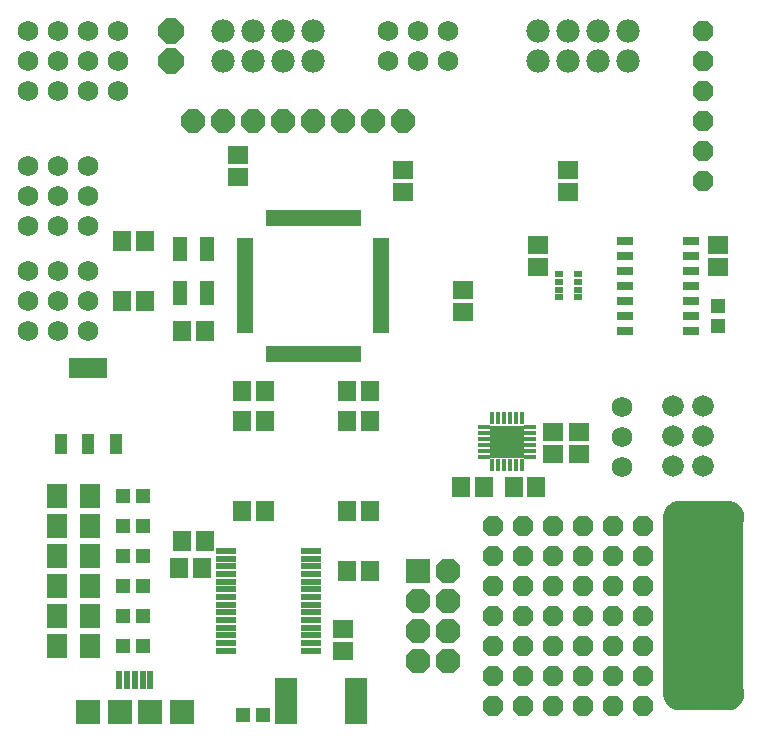
<source format=gbr>
G04 EAGLE Gerber RS-274X export*
G75*
%MOMM*%
%FSLAX34Y34*%
%LPD*%
%INSoldermask Top*%
%IPPOS*%
%AMOC8*
5,1,8,0,0,1.08239X$1,22.5*%
G01*
%ADD10C,0.152400*%
%ADD11R,6.604000X14.986000*%
%ADD12R,4.064000X1.270000*%
%ADD13C,1.270000*%
%ADD14R,1.503200X1.703200*%
%ADD15R,1.703200X1.503200*%
%ADD16R,1.397000X0.508000*%
%ADD17R,0.508000X1.397000*%
%ADD18R,1.303200X2.103200*%
%ADD19R,1.041400X1.803400*%
%ADD20R,3.302000X1.803400*%
%ADD21P,2.254402X8X202.500000*%
%ADD22R,2.082800X2.082800*%
%ADD23R,1.703200X0.603200*%
%ADD24P,2.144431X8X112.500000*%
%ADD25C,1.828800*%
%ADD26C,1.727200*%
%ADD27R,0.703200X0.553200*%
%ADD28R,1.403200X0.803200*%
%ADD29R,1.203200X1.303200*%
%ADD30C,1.981200*%
%ADD31P,1.869504X8X22.500000*%
%ADD32R,1.903200X3.903200*%
%ADD33R,1.803200X2.006200*%
%ADD34R,1.303200X1.203200*%
%ADD35P,1.869504X8X112.500000*%
%ADD36P,2.309387X8X22.500000*%
%ADD37R,0.553200X1.603200*%
%ADD38R,2.003200X2.103200*%
%ADD39R,2.103200X2.103200*%
%ADD40R,0.993200X0.463200*%
%ADD41R,0.463200X0.993200*%
%ADD42R,2.903200X2.803200*%


D10*
X553720Y416560D02*
X513080Y416560D01*
X512773Y416564D01*
X512466Y416575D01*
X512160Y416593D01*
X511854Y416619D01*
X511549Y416653D01*
X511245Y416693D01*
X510942Y416741D01*
X510640Y416797D01*
X510340Y416859D01*
X510041Y416929D01*
X509744Y417006D01*
X509448Y417090D01*
X509155Y417182D01*
X508865Y417280D01*
X508577Y417385D01*
X508291Y417498D01*
X508008Y417617D01*
X507728Y417743D01*
X507451Y417875D01*
X507178Y418015D01*
X506908Y418161D01*
X506642Y418313D01*
X506379Y418472D01*
X506120Y418637D01*
X505866Y418808D01*
X505615Y418985D01*
X505369Y419169D01*
X505127Y419358D01*
X504891Y419553D01*
X504658Y419754D01*
X504431Y419960D01*
X504209Y420172D01*
X503992Y420389D01*
X503780Y420611D01*
X503574Y420838D01*
X503373Y421071D01*
X503178Y421307D01*
X502989Y421549D01*
X502805Y421795D01*
X502628Y422046D01*
X502457Y422300D01*
X502292Y422559D01*
X502133Y422822D01*
X501981Y423088D01*
X501835Y423358D01*
X501695Y423631D01*
X501563Y423908D01*
X501437Y424188D01*
X501318Y424471D01*
X501205Y424757D01*
X501100Y425045D01*
X501002Y425335D01*
X500910Y425628D01*
X500826Y425924D01*
X500749Y426221D01*
X500679Y426520D01*
X500617Y426820D01*
X500561Y427122D01*
X500513Y427425D01*
X500473Y427729D01*
X500439Y428034D01*
X500413Y428340D01*
X500395Y428646D01*
X500384Y428953D01*
X500380Y429260D01*
X500380Y579120D01*
X500384Y579427D01*
X500395Y579734D01*
X500413Y580040D01*
X500439Y580346D01*
X500473Y580651D01*
X500513Y580955D01*
X500561Y581258D01*
X500617Y581560D01*
X500679Y581860D01*
X500749Y582159D01*
X500826Y582456D01*
X500910Y582752D01*
X501002Y583045D01*
X501100Y583335D01*
X501205Y583623D01*
X501318Y583909D01*
X501437Y584192D01*
X501563Y584472D01*
X501695Y584749D01*
X501835Y585022D01*
X501981Y585292D01*
X502133Y585558D01*
X502292Y585821D01*
X502457Y586080D01*
X502628Y586334D01*
X502805Y586585D01*
X502989Y586831D01*
X503178Y587073D01*
X503373Y587309D01*
X503574Y587542D01*
X503780Y587769D01*
X503992Y587991D01*
X504209Y588208D01*
X504431Y588420D01*
X504658Y588626D01*
X504891Y588827D01*
X505127Y589022D01*
X505369Y589211D01*
X505615Y589395D01*
X505866Y589572D01*
X506120Y589743D01*
X506379Y589908D01*
X506642Y590067D01*
X506908Y590219D01*
X507178Y590365D01*
X507451Y590505D01*
X507728Y590637D01*
X508008Y590763D01*
X508291Y590882D01*
X508577Y590995D01*
X508865Y591100D01*
X509155Y591198D01*
X509448Y591290D01*
X509744Y591374D01*
X510041Y591451D01*
X510340Y591521D01*
X510640Y591583D01*
X510942Y591639D01*
X511245Y591687D01*
X511549Y591727D01*
X511854Y591761D01*
X512160Y591787D01*
X512466Y591805D01*
X512773Y591816D01*
X513080Y591820D01*
X553720Y591820D01*
X554027Y591816D01*
X554334Y591805D01*
X554640Y591787D01*
X554946Y591761D01*
X555251Y591727D01*
X555555Y591687D01*
X555858Y591639D01*
X556160Y591583D01*
X556460Y591521D01*
X556759Y591451D01*
X557056Y591374D01*
X557352Y591290D01*
X557645Y591198D01*
X557935Y591100D01*
X558223Y590995D01*
X558509Y590882D01*
X558792Y590763D01*
X559072Y590637D01*
X559349Y590505D01*
X559622Y590365D01*
X559892Y590219D01*
X560158Y590067D01*
X560421Y589908D01*
X560680Y589743D01*
X560934Y589572D01*
X561185Y589395D01*
X561431Y589211D01*
X561673Y589022D01*
X561909Y588827D01*
X562142Y588626D01*
X562369Y588420D01*
X562591Y588208D01*
X562808Y587991D01*
X563020Y587769D01*
X563226Y587542D01*
X563427Y587309D01*
X563622Y587073D01*
X563811Y586831D01*
X563995Y586585D01*
X564172Y586334D01*
X564343Y586080D01*
X564508Y585821D01*
X564667Y585558D01*
X564819Y585292D01*
X564965Y585022D01*
X565105Y584749D01*
X565237Y584472D01*
X565363Y584192D01*
X565482Y583909D01*
X565595Y583623D01*
X565700Y583335D01*
X565798Y583045D01*
X565890Y582752D01*
X565974Y582456D01*
X566051Y582159D01*
X566121Y581860D01*
X566183Y581560D01*
X566239Y581258D01*
X566287Y580955D01*
X566327Y580651D01*
X566361Y580346D01*
X566387Y580040D01*
X566405Y579734D01*
X566416Y579427D01*
X566420Y579120D01*
X566420Y429260D01*
X566416Y428953D01*
X566405Y428646D01*
X566387Y428340D01*
X566361Y428034D01*
X566327Y427729D01*
X566287Y427425D01*
X566239Y427122D01*
X566183Y426820D01*
X566121Y426520D01*
X566051Y426221D01*
X565974Y425924D01*
X565890Y425628D01*
X565798Y425335D01*
X565700Y425045D01*
X565595Y424757D01*
X565482Y424471D01*
X565363Y424188D01*
X565237Y423908D01*
X565105Y423631D01*
X564965Y423358D01*
X564819Y423088D01*
X564667Y422822D01*
X564508Y422559D01*
X564343Y422300D01*
X564172Y422046D01*
X563995Y421795D01*
X563811Y421549D01*
X563622Y421307D01*
X563427Y421071D01*
X563226Y420838D01*
X563020Y420611D01*
X562808Y420389D01*
X562591Y420172D01*
X562369Y419960D01*
X562142Y419754D01*
X561909Y419553D01*
X561673Y419358D01*
X561431Y419169D01*
X561185Y418985D01*
X560934Y418808D01*
X560680Y418637D01*
X560421Y418472D01*
X560158Y418313D01*
X559892Y418161D01*
X559622Y418015D01*
X559349Y417875D01*
X559072Y417743D01*
X558792Y417617D01*
X558509Y417498D01*
X558223Y417385D01*
X557935Y417280D01*
X557645Y417182D01*
X557352Y417090D01*
X557056Y417006D01*
X556759Y416929D01*
X556460Y416859D01*
X556160Y416797D01*
X555858Y416741D01*
X555555Y416693D01*
X555251Y416653D01*
X554946Y416619D01*
X554640Y416593D01*
X554334Y416575D01*
X554027Y416564D01*
X553720Y416560D01*
X502920Y429260D02*
X502920Y579120D01*
X502920Y429260D02*
X563880Y429260D01*
X563880Y579120D01*
X502920Y579120D01*
D11*
X533400Y504190D03*
D12*
X533400Y422910D03*
X533400Y585470D03*
D13*
X505896Y429260D02*
X505898Y429436D01*
X505905Y429613D01*
X505915Y429788D01*
X505931Y429964D01*
X505950Y430139D01*
X505974Y430314D01*
X506002Y430488D01*
X506034Y430662D01*
X506071Y430834D01*
X506111Y431006D01*
X506156Y431176D01*
X506205Y431345D01*
X506259Y431513D01*
X506316Y431680D01*
X506377Y431845D01*
X506443Y432009D01*
X506512Y432171D01*
X506586Y432332D01*
X506663Y432490D01*
X506744Y432647D01*
X506829Y432801D01*
X506918Y432953D01*
X507011Y433103D01*
X507107Y433251D01*
X507206Y433397D01*
X507310Y433540D01*
X507417Y433680D01*
X507527Y433817D01*
X507640Y433952D01*
X507757Y434084D01*
X507877Y434214D01*
X508000Y434340D01*
X508126Y434463D01*
X508256Y434583D01*
X508388Y434700D01*
X508523Y434813D01*
X508660Y434923D01*
X508800Y435030D01*
X508943Y435134D01*
X509089Y435233D01*
X509237Y435329D01*
X509387Y435422D01*
X509539Y435511D01*
X509693Y435596D01*
X509850Y435677D01*
X510008Y435754D01*
X510169Y435828D01*
X510331Y435897D01*
X510495Y435963D01*
X510660Y436024D01*
X510827Y436081D01*
X510995Y436135D01*
X511164Y436184D01*
X511334Y436229D01*
X511506Y436269D01*
X511678Y436306D01*
X511852Y436338D01*
X512026Y436366D01*
X512201Y436390D01*
X512376Y436409D01*
X512552Y436425D01*
X512727Y436435D01*
X512904Y436442D01*
X513080Y436444D01*
X513256Y436442D01*
X513433Y436435D01*
X513608Y436425D01*
X513784Y436409D01*
X513959Y436390D01*
X514134Y436366D01*
X514308Y436338D01*
X514482Y436306D01*
X514654Y436269D01*
X514826Y436229D01*
X514996Y436184D01*
X515165Y436135D01*
X515333Y436081D01*
X515500Y436024D01*
X515665Y435963D01*
X515829Y435897D01*
X515991Y435828D01*
X516152Y435754D01*
X516310Y435677D01*
X516467Y435596D01*
X516621Y435511D01*
X516773Y435422D01*
X516923Y435329D01*
X517071Y435233D01*
X517217Y435134D01*
X517360Y435030D01*
X517500Y434923D01*
X517637Y434813D01*
X517772Y434700D01*
X517904Y434583D01*
X518034Y434463D01*
X518160Y434340D01*
X518283Y434214D01*
X518403Y434084D01*
X518520Y433952D01*
X518633Y433817D01*
X518743Y433680D01*
X518850Y433540D01*
X518954Y433397D01*
X519053Y433251D01*
X519149Y433103D01*
X519242Y432953D01*
X519331Y432801D01*
X519416Y432647D01*
X519497Y432490D01*
X519574Y432332D01*
X519648Y432171D01*
X519717Y432009D01*
X519783Y431845D01*
X519844Y431680D01*
X519901Y431513D01*
X519955Y431345D01*
X520004Y431176D01*
X520049Y431006D01*
X520089Y430834D01*
X520126Y430662D01*
X520158Y430488D01*
X520186Y430314D01*
X520210Y430139D01*
X520229Y429964D01*
X520245Y429788D01*
X520255Y429613D01*
X520262Y429436D01*
X520264Y429260D01*
X520262Y429084D01*
X520255Y428907D01*
X520245Y428732D01*
X520229Y428556D01*
X520210Y428381D01*
X520186Y428206D01*
X520158Y428032D01*
X520126Y427858D01*
X520089Y427686D01*
X520049Y427514D01*
X520004Y427344D01*
X519955Y427175D01*
X519901Y427007D01*
X519844Y426840D01*
X519783Y426675D01*
X519717Y426511D01*
X519648Y426349D01*
X519574Y426188D01*
X519497Y426030D01*
X519416Y425873D01*
X519331Y425719D01*
X519242Y425567D01*
X519149Y425417D01*
X519053Y425269D01*
X518954Y425123D01*
X518850Y424980D01*
X518743Y424840D01*
X518633Y424703D01*
X518520Y424568D01*
X518403Y424436D01*
X518283Y424306D01*
X518160Y424180D01*
X518034Y424057D01*
X517904Y423937D01*
X517772Y423820D01*
X517637Y423707D01*
X517500Y423597D01*
X517360Y423490D01*
X517217Y423386D01*
X517071Y423287D01*
X516923Y423191D01*
X516773Y423098D01*
X516621Y423009D01*
X516467Y422924D01*
X516310Y422843D01*
X516152Y422766D01*
X515991Y422692D01*
X515829Y422623D01*
X515665Y422557D01*
X515500Y422496D01*
X515333Y422439D01*
X515165Y422385D01*
X514996Y422336D01*
X514826Y422291D01*
X514654Y422251D01*
X514482Y422214D01*
X514308Y422182D01*
X514134Y422154D01*
X513959Y422130D01*
X513784Y422111D01*
X513608Y422095D01*
X513433Y422085D01*
X513256Y422078D01*
X513080Y422076D01*
X512904Y422078D01*
X512727Y422085D01*
X512552Y422095D01*
X512376Y422111D01*
X512201Y422130D01*
X512026Y422154D01*
X511852Y422182D01*
X511678Y422214D01*
X511506Y422251D01*
X511334Y422291D01*
X511164Y422336D01*
X510995Y422385D01*
X510827Y422439D01*
X510660Y422496D01*
X510495Y422557D01*
X510331Y422623D01*
X510169Y422692D01*
X510008Y422766D01*
X509850Y422843D01*
X509693Y422924D01*
X509539Y423009D01*
X509387Y423098D01*
X509237Y423191D01*
X509089Y423287D01*
X508943Y423386D01*
X508800Y423490D01*
X508660Y423597D01*
X508523Y423707D01*
X508388Y423820D01*
X508256Y423937D01*
X508126Y424057D01*
X508000Y424180D01*
X507877Y424306D01*
X507757Y424436D01*
X507640Y424568D01*
X507527Y424703D01*
X507417Y424840D01*
X507310Y424980D01*
X507206Y425123D01*
X507107Y425269D01*
X507011Y425417D01*
X506918Y425567D01*
X506829Y425719D01*
X506744Y425873D01*
X506663Y426030D01*
X506586Y426188D01*
X506512Y426349D01*
X506443Y426511D01*
X506377Y426675D01*
X506316Y426840D01*
X506259Y427007D01*
X506205Y427175D01*
X506156Y427344D01*
X506111Y427514D01*
X506071Y427686D01*
X506034Y427858D01*
X506002Y428032D01*
X505974Y428206D01*
X505950Y428381D01*
X505931Y428556D01*
X505915Y428732D01*
X505905Y428907D01*
X505898Y429084D01*
X505896Y429260D01*
X546536Y429260D02*
X546538Y429436D01*
X546545Y429613D01*
X546555Y429788D01*
X546571Y429964D01*
X546590Y430139D01*
X546614Y430314D01*
X546642Y430488D01*
X546674Y430662D01*
X546711Y430834D01*
X546751Y431006D01*
X546796Y431176D01*
X546845Y431345D01*
X546899Y431513D01*
X546956Y431680D01*
X547017Y431845D01*
X547083Y432009D01*
X547152Y432171D01*
X547226Y432332D01*
X547303Y432490D01*
X547384Y432647D01*
X547469Y432801D01*
X547558Y432953D01*
X547651Y433103D01*
X547747Y433251D01*
X547846Y433397D01*
X547950Y433540D01*
X548057Y433680D01*
X548167Y433817D01*
X548280Y433952D01*
X548397Y434084D01*
X548517Y434214D01*
X548640Y434340D01*
X548766Y434463D01*
X548896Y434583D01*
X549028Y434700D01*
X549163Y434813D01*
X549300Y434923D01*
X549440Y435030D01*
X549583Y435134D01*
X549729Y435233D01*
X549877Y435329D01*
X550027Y435422D01*
X550179Y435511D01*
X550333Y435596D01*
X550490Y435677D01*
X550648Y435754D01*
X550809Y435828D01*
X550971Y435897D01*
X551135Y435963D01*
X551300Y436024D01*
X551467Y436081D01*
X551635Y436135D01*
X551804Y436184D01*
X551974Y436229D01*
X552146Y436269D01*
X552318Y436306D01*
X552492Y436338D01*
X552666Y436366D01*
X552841Y436390D01*
X553016Y436409D01*
X553192Y436425D01*
X553367Y436435D01*
X553544Y436442D01*
X553720Y436444D01*
X553896Y436442D01*
X554073Y436435D01*
X554248Y436425D01*
X554424Y436409D01*
X554599Y436390D01*
X554774Y436366D01*
X554948Y436338D01*
X555122Y436306D01*
X555294Y436269D01*
X555466Y436229D01*
X555636Y436184D01*
X555805Y436135D01*
X555973Y436081D01*
X556140Y436024D01*
X556305Y435963D01*
X556469Y435897D01*
X556631Y435828D01*
X556792Y435754D01*
X556950Y435677D01*
X557107Y435596D01*
X557261Y435511D01*
X557413Y435422D01*
X557563Y435329D01*
X557711Y435233D01*
X557857Y435134D01*
X558000Y435030D01*
X558140Y434923D01*
X558277Y434813D01*
X558412Y434700D01*
X558544Y434583D01*
X558674Y434463D01*
X558800Y434340D01*
X558923Y434214D01*
X559043Y434084D01*
X559160Y433952D01*
X559273Y433817D01*
X559383Y433680D01*
X559490Y433540D01*
X559594Y433397D01*
X559693Y433251D01*
X559789Y433103D01*
X559882Y432953D01*
X559971Y432801D01*
X560056Y432647D01*
X560137Y432490D01*
X560214Y432332D01*
X560288Y432171D01*
X560357Y432009D01*
X560423Y431845D01*
X560484Y431680D01*
X560541Y431513D01*
X560595Y431345D01*
X560644Y431176D01*
X560689Y431006D01*
X560729Y430834D01*
X560766Y430662D01*
X560798Y430488D01*
X560826Y430314D01*
X560850Y430139D01*
X560869Y429964D01*
X560885Y429788D01*
X560895Y429613D01*
X560902Y429436D01*
X560904Y429260D01*
X560902Y429084D01*
X560895Y428907D01*
X560885Y428732D01*
X560869Y428556D01*
X560850Y428381D01*
X560826Y428206D01*
X560798Y428032D01*
X560766Y427858D01*
X560729Y427686D01*
X560689Y427514D01*
X560644Y427344D01*
X560595Y427175D01*
X560541Y427007D01*
X560484Y426840D01*
X560423Y426675D01*
X560357Y426511D01*
X560288Y426349D01*
X560214Y426188D01*
X560137Y426030D01*
X560056Y425873D01*
X559971Y425719D01*
X559882Y425567D01*
X559789Y425417D01*
X559693Y425269D01*
X559594Y425123D01*
X559490Y424980D01*
X559383Y424840D01*
X559273Y424703D01*
X559160Y424568D01*
X559043Y424436D01*
X558923Y424306D01*
X558800Y424180D01*
X558674Y424057D01*
X558544Y423937D01*
X558412Y423820D01*
X558277Y423707D01*
X558140Y423597D01*
X558000Y423490D01*
X557857Y423386D01*
X557711Y423287D01*
X557563Y423191D01*
X557413Y423098D01*
X557261Y423009D01*
X557107Y422924D01*
X556950Y422843D01*
X556792Y422766D01*
X556631Y422692D01*
X556469Y422623D01*
X556305Y422557D01*
X556140Y422496D01*
X555973Y422439D01*
X555805Y422385D01*
X555636Y422336D01*
X555466Y422291D01*
X555294Y422251D01*
X555122Y422214D01*
X554948Y422182D01*
X554774Y422154D01*
X554599Y422130D01*
X554424Y422111D01*
X554248Y422095D01*
X554073Y422085D01*
X553896Y422078D01*
X553720Y422076D01*
X553544Y422078D01*
X553367Y422085D01*
X553192Y422095D01*
X553016Y422111D01*
X552841Y422130D01*
X552666Y422154D01*
X552492Y422182D01*
X552318Y422214D01*
X552146Y422251D01*
X551974Y422291D01*
X551804Y422336D01*
X551635Y422385D01*
X551467Y422439D01*
X551300Y422496D01*
X551135Y422557D01*
X550971Y422623D01*
X550809Y422692D01*
X550648Y422766D01*
X550490Y422843D01*
X550333Y422924D01*
X550179Y423009D01*
X550027Y423098D01*
X549877Y423191D01*
X549729Y423287D01*
X549583Y423386D01*
X549440Y423490D01*
X549300Y423597D01*
X549163Y423707D01*
X549028Y423820D01*
X548896Y423937D01*
X548766Y424057D01*
X548640Y424180D01*
X548517Y424306D01*
X548397Y424436D01*
X548280Y424568D01*
X548167Y424703D01*
X548057Y424840D01*
X547950Y424980D01*
X547846Y425123D01*
X547747Y425269D01*
X547651Y425417D01*
X547558Y425567D01*
X547469Y425719D01*
X547384Y425873D01*
X547303Y426030D01*
X547226Y426188D01*
X547152Y426349D01*
X547083Y426511D01*
X547017Y426675D01*
X546956Y426840D01*
X546899Y427007D01*
X546845Y427175D01*
X546796Y427344D01*
X546751Y427514D01*
X546711Y427686D01*
X546674Y427858D01*
X546642Y428032D01*
X546614Y428206D01*
X546590Y428381D01*
X546571Y428556D01*
X546555Y428732D01*
X546545Y428907D01*
X546538Y429084D01*
X546536Y429260D01*
X546536Y579120D02*
X546538Y579296D01*
X546545Y579473D01*
X546555Y579648D01*
X546571Y579824D01*
X546590Y579999D01*
X546614Y580174D01*
X546642Y580348D01*
X546674Y580522D01*
X546711Y580694D01*
X546751Y580866D01*
X546796Y581036D01*
X546845Y581205D01*
X546899Y581373D01*
X546956Y581540D01*
X547017Y581705D01*
X547083Y581869D01*
X547152Y582031D01*
X547226Y582192D01*
X547303Y582350D01*
X547384Y582507D01*
X547469Y582661D01*
X547558Y582813D01*
X547651Y582963D01*
X547747Y583111D01*
X547846Y583257D01*
X547950Y583400D01*
X548057Y583540D01*
X548167Y583677D01*
X548280Y583812D01*
X548397Y583944D01*
X548517Y584074D01*
X548640Y584200D01*
X548766Y584323D01*
X548896Y584443D01*
X549028Y584560D01*
X549163Y584673D01*
X549300Y584783D01*
X549440Y584890D01*
X549583Y584994D01*
X549729Y585093D01*
X549877Y585189D01*
X550027Y585282D01*
X550179Y585371D01*
X550333Y585456D01*
X550490Y585537D01*
X550648Y585614D01*
X550809Y585688D01*
X550971Y585757D01*
X551135Y585823D01*
X551300Y585884D01*
X551467Y585941D01*
X551635Y585995D01*
X551804Y586044D01*
X551974Y586089D01*
X552146Y586129D01*
X552318Y586166D01*
X552492Y586198D01*
X552666Y586226D01*
X552841Y586250D01*
X553016Y586269D01*
X553192Y586285D01*
X553367Y586295D01*
X553544Y586302D01*
X553720Y586304D01*
X553896Y586302D01*
X554073Y586295D01*
X554248Y586285D01*
X554424Y586269D01*
X554599Y586250D01*
X554774Y586226D01*
X554948Y586198D01*
X555122Y586166D01*
X555294Y586129D01*
X555466Y586089D01*
X555636Y586044D01*
X555805Y585995D01*
X555973Y585941D01*
X556140Y585884D01*
X556305Y585823D01*
X556469Y585757D01*
X556631Y585688D01*
X556792Y585614D01*
X556950Y585537D01*
X557107Y585456D01*
X557261Y585371D01*
X557413Y585282D01*
X557563Y585189D01*
X557711Y585093D01*
X557857Y584994D01*
X558000Y584890D01*
X558140Y584783D01*
X558277Y584673D01*
X558412Y584560D01*
X558544Y584443D01*
X558674Y584323D01*
X558800Y584200D01*
X558923Y584074D01*
X559043Y583944D01*
X559160Y583812D01*
X559273Y583677D01*
X559383Y583540D01*
X559490Y583400D01*
X559594Y583257D01*
X559693Y583111D01*
X559789Y582963D01*
X559882Y582813D01*
X559971Y582661D01*
X560056Y582507D01*
X560137Y582350D01*
X560214Y582192D01*
X560288Y582031D01*
X560357Y581869D01*
X560423Y581705D01*
X560484Y581540D01*
X560541Y581373D01*
X560595Y581205D01*
X560644Y581036D01*
X560689Y580866D01*
X560729Y580694D01*
X560766Y580522D01*
X560798Y580348D01*
X560826Y580174D01*
X560850Y579999D01*
X560869Y579824D01*
X560885Y579648D01*
X560895Y579473D01*
X560902Y579296D01*
X560904Y579120D01*
X560902Y578944D01*
X560895Y578767D01*
X560885Y578592D01*
X560869Y578416D01*
X560850Y578241D01*
X560826Y578066D01*
X560798Y577892D01*
X560766Y577718D01*
X560729Y577546D01*
X560689Y577374D01*
X560644Y577204D01*
X560595Y577035D01*
X560541Y576867D01*
X560484Y576700D01*
X560423Y576535D01*
X560357Y576371D01*
X560288Y576209D01*
X560214Y576048D01*
X560137Y575890D01*
X560056Y575733D01*
X559971Y575579D01*
X559882Y575427D01*
X559789Y575277D01*
X559693Y575129D01*
X559594Y574983D01*
X559490Y574840D01*
X559383Y574700D01*
X559273Y574563D01*
X559160Y574428D01*
X559043Y574296D01*
X558923Y574166D01*
X558800Y574040D01*
X558674Y573917D01*
X558544Y573797D01*
X558412Y573680D01*
X558277Y573567D01*
X558140Y573457D01*
X558000Y573350D01*
X557857Y573246D01*
X557711Y573147D01*
X557563Y573051D01*
X557413Y572958D01*
X557261Y572869D01*
X557107Y572784D01*
X556950Y572703D01*
X556792Y572626D01*
X556631Y572552D01*
X556469Y572483D01*
X556305Y572417D01*
X556140Y572356D01*
X555973Y572299D01*
X555805Y572245D01*
X555636Y572196D01*
X555466Y572151D01*
X555294Y572111D01*
X555122Y572074D01*
X554948Y572042D01*
X554774Y572014D01*
X554599Y571990D01*
X554424Y571971D01*
X554248Y571955D01*
X554073Y571945D01*
X553896Y571938D01*
X553720Y571936D01*
X553544Y571938D01*
X553367Y571945D01*
X553192Y571955D01*
X553016Y571971D01*
X552841Y571990D01*
X552666Y572014D01*
X552492Y572042D01*
X552318Y572074D01*
X552146Y572111D01*
X551974Y572151D01*
X551804Y572196D01*
X551635Y572245D01*
X551467Y572299D01*
X551300Y572356D01*
X551135Y572417D01*
X550971Y572483D01*
X550809Y572552D01*
X550648Y572626D01*
X550490Y572703D01*
X550333Y572784D01*
X550179Y572869D01*
X550027Y572958D01*
X549877Y573051D01*
X549729Y573147D01*
X549583Y573246D01*
X549440Y573350D01*
X549300Y573457D01*
X549163Y573567D01*
X549028Y573680D01*
X548896Y573797D01*
X548766Y573917D01*
X548640Y574040D01*
X548517Y574166D01*
X548397Y574296D01*
X548280Y574428D01*
X548167Y574563D01*
X548057Y574700D01*
X547950Y574840D01*
X547846Y574983D01*
X547747Y575129D01*
X547651Y575277D01*
X547558Y575427D01*
X547469Y575579D01*
X547384Y575733D01*
X547303Y575890D01*
X547226Y576048D01*
X547152Y576209D01*
X547083Y576371D01*
X547017Y576535D01*
X546956Y576700D01*
X546899Y576867D01*
X546845Y577035D01*
X546796Y577204D01*
X546751Y577374D01*
X546711Y577546D01*
X546674Y577718D01*
X546642Y577892D01*
X546614Y578066D01*
X546590Y578241D01*
X546571Y578416D01*
X546555Y578592D01*
X546545Y578767D01*
X546538Y578944D01*
X546536Y579120D01*
X505896Y579120D02*
X505898Y579296D01*
X505905Y579473D01*
X505915Y579648D01*
X505931Y579824D01*
X505950Y579999D01*
X505974Y580174D01*
X506002Y580348D01*
X506034Y580522D01*
X506071Y580694D01*
X506111Y580866D01*
X506156Y581036D01*
X506205Y581205D01*
X506259Y581373D01*
X506316Y581540D01*
X506377Y581705D01*
X506443Y581869D01*
X506512Y582031D01*
X506586Y582192D01*
X506663Y582350D01*
X506744Y582507D01*
X506829Y582661D01*
X506918Y582813D01*
X507011Y582963D01*
X507107Y583111D01*
X507206Y583257D01*
X507310Y583400D01*
X507417Y583540D01*
X507527Y583677D01*
X507640Y583812D01*
X507757Y583944D01*
X507877Y584074D01*
X508000Y584200D01*
X508126Y584323D01*
X508256Y584443D01*
X508388Y584560D01*
X508523Y584673D01*
X508660Y584783D01*
X508800Y584890D01*
X508943Y584994D01*
X509089Y585093D01*
X509237Y585189D01*
X509387Y585282D01*
X509539Y585371D01*
X509693Y585456D01*
X509850Y585537D01*
X510008Y585614D01*
X510169Y585688D01*
X510331Y585757D01*
X510495Y585823D01*
X510660Y585884D01*
X510827Y585941D01*
X510995Y585995D01*
X511164Y586044D01*
X511334Y586089D01*
X511506Y586129D01*
X511678Y586166D01*
X511852Y586198D01*
X512026Y586226D01*
X512201Y586250D01*
X512376Y586269D01*
X512552Y586285D01*
X512727Y586295D01*
X512904Y586302D01*
X513080Y586304D01*
X513256Y586302D01*
X513433Y586295D01*
X513608Y586285D01*
X513784Y586269D01*
X513959Y586250D01*
X514134Y586226D01*
X514308Y586198D01*
X514482Y586166D01*
X514654Y586129D01*
X514826Y586089D01*
X514996Y586044D01*
X515165Y585995D01*
X515333Y585941D01*
X515500Y585884D01*
X515665Y585823D01*
X515829Y585757D01*
X515991Y585688D01*
X516152Y585614D01*
X516310Y585537D01*
X516467Y585456D01*
X516621Y585371D01*
X516773Y585282D01*
X516923Y585189D01*
X517071Y585093D01*
X517217Y584994D01*
X517360Y584890D01*
X517500Y584783D01*
X517637Y584673D01*
X517772Y584560D01*
X517904Y584443D01*
X518034Y584323D01*
X518160Y584200D01*
X518283Y584074D01*
X518403Y583944D01*
X518520Y583812D01*
X518633Y583677D01*
X518743Y583540D01*
X518850Y583400D01*
X518954Y583257D01*
X519053Y583111D01*
X519149Y582963D01*
X519242Y582813D01*
X519331Y582661D01*
X519416Y582507D01*
X519497Y582350D01*
X519574Y582192D01*
X519648Y582031D01*
X519717Y581869D01*
X519783Y581705D01*
X519844Y581540D01*
X519901Y581373D01*
X519955Y581205D01*
X520004Y581036D01*
X520049Y580866D01*
X520089Y580694D01*
X520126Y580522D01*
X520158Y580348D01*
X520186Y580174D01*
X520210Y579999D01*
X520229Y579824D01*
X520245Y579648D01*
X520255Y579473D01*
X520262Y579296D01*
X520264Y579120D01*
X520262Y578944D01*
X520255Y578767D01*
X520245Y578592D01*
X520229Y578416D01*
X520210Y578241D01*
X520186Y578066D01*
X520158Y577892D01*
X520126Y577718D01*
X520089Y577546D01*
X520049Y577374D01*
X520004Y577204D01*
X519955Y577035D01*
X519901Y576867D01*
X519844Y576700D01*
X519783Y576535D01*
X519717Y576371D01*
X519648Y576209D01*
X519574Y576048D01*
X519497Y575890D01*
X519416Y575733D01*
X519331Y575579D01*
X519242Y575427D01*
X519149Y575277D01*
X519053Y575129D01*
X518954Y574983D01*
X518850Y574840D01*
X518743Y574700D01*
X518633Y574563D01*
X518520Y574428D01*
X518403Y574296D01*
X518283Y574166D01*
X518160Y574040D01*
X518034Y573917D01*
X517904Y573797D01*
X517772Y573680D01*
X517637Y573567D01*
X517500Y573457D01*
X517360Y573350D01*
X517217Y573246D01*
X517071Y573147D01*
X516923Y573051D01*
X516773Y572958D01*
X516621Y572869D01*
X516467Y572784D01*
X516310Y572703D01*
X516152Y572626D01*
X515991Y572552D01*
X515829Y572483D01*
X515665Y572417D01*
X515500Y572356D01*
X515333Y572299D01*
X515165Y572245D01*
X514996Y572196D01*
X514826Y572151D01*
X514654Y572111D01*
X514482Y572074D01*
X514308Y572042D01*
X514134Y572014D01*
X513959Y571990D01*
X513784Y571971D01*
X513608Y571955D01*
X513433Y571945D01*
X513256Y571938D01*
X513080Y571936D01*
X512904Y571938D01*
X512727Y571945D01*
X512552Y571955D01*
X512376Y571971D01*
X512201Y571990D01*
X512026Y572014D01*
X511852Y572042D01*
X511678Y572074D01*
X511506Y572111D01*
X511334Y572151D01*
X511164Y572196D01*
X510995Y572245D01*
X510827Y572299D01*
X510660Y572356D01*
X510495Y572417D01*
X510331Y572483D01*
X510169Y572552D01*
X510008Y572626D01*
X509850Y572703D01*
X509693Y572784D01*
X509539Y572869D01*
X509387Y572958D01*
X509237Y573051D01*
X509089Y573147D01*
X508943Y573246D01*
X508800Y573350D01*
X508660Y573457D01*
X508523Y573567D01*
X508388Y573680D01*
X508256Y573797D01*
X508126Y573917D01*
X508000Y574040D01*
X507877Y574166D01*
X507757Y574296D01*
X507640Y574428D01*
X507527Y574563D01*
X507417Y574700D01*
X507310Y574840D01*
X507206Y574983D01*
X507107Y575129D01*
X507011Y575277D01*
X506918Y575427D01*
X506829Y575579D01*
X506744Y575733D01*
X506663Y575890D01*
X506586Y576048D01*
X506512Y576209D01*
X506443Y576371D01*
X506377Y576535D01*
X506316Y576700D01*
X506259Y576867D01*
X506205Y577035D01*
X506156Y577204D01*
X506111Y577374D01*
X506071Y577546D01*
X506034Y577718D01*
X506002Y577892D01*
X505974Y578066D01*
X505950Y578241D01*
X505931Y578416D01*
X505915Y578592D01*
X505905Y578767D01*
X505898Y578944D01*
X505896Y579120D01*
D14*
X250800Y660400D03*
X231800Y660400D03*
X161900Y660400D03*
X142900Y660400D03*
D15*
X330200Y752500D03*
X330200Y771500D03*
X139700Y866800D03*
X139700Y885800D03*
X279400Y854100D03*
X279400Y873100D03*
X393700Y790600D03*
X393700Y809600D03*
D14*
X250800Y685800D03*
X231800Y685800D03*
X111100Y736600D03*
X92100Y736600D03*
X161900Y685800D03*
X142900Y685800D03*
X60300Y812800D03*
X41300Y812800D03*
X60300Y762000D03*
X41300Y762000D03*
D16*
X145700Y812200D03*
X145700Y807200D03*
X145700Y802200D03*
X145700Y797200D03*
X145700Y792200D03*
X145700Y787200D03*
X145700Y782200D03*
X145700Y777200D03*
X145700Y772200D03*
X145700Y767200D03*
X145700Y762200D03*
X145700Y757200D03*
X145700Y752200D03*
X145700Y747200D03*
X145700Y742200D03*
X145700Y737200D03*
D17*
X165700Y717200D03*
X170700Y717200D03*
X175700Y717200D03*
X180700Y717200D03*
X185700Y717200D03*
X190700Y717200D03*
X195700Y717200D03*
X200700Y717200D03*
X205700Y717200D03*
X210700Y717200D03*
X215700Y717200D03*
X220700Y717200D03*
X225700Y717200D03*
X230700Y717200D03*
X235700Y717200D03*
X240700Y717200D03*
D16*
X260700Y737200D03*
X260700Y742200D03*
X260700Y747200D03*
X260700Y752200D03*
X260700Y757200D03*
X260700Y762200D03*
X260700Y767200D03*
X260700Y772200D03*
X260700Y777200D03*
X260700Y782200D03*
X260700Y787200D03*
X260700Y792200D03*
X260700Y797200D03*
X260700Y802200D03*
X260700Y807200D03*
X260700Y812200D03*
D17*
X240700Y832200D03*
X235700Y832200D03*
X230700Y832200D03*
X225700Y832200D03*
X220700Y832200D03*
X215700Y832200D03*
X210700Y832200D03*
X205700Y832200D03*
X200700Y832200D03*
X195700Y832200D03*
X190700Y832200D03*
X185700Y832200D03*
X180700Y832200D03*
X175700Y832200D03*
X170700Y832200D03*
X165700Y832200D03*
D18*
X113100Y768900D03*
X90100Y805900D03*
X90100Y768900D03*
X113100Y805900D03*
D19*
X-10414Y641096D03*
X12700Y641096D03*
X35814Y641096D03*
D20*
X12700Y705104D03*
D14*
X161900Y584200D03*
X142900Y584200D03*
D21*
X292100Y457200D03*
X292100Y482600D03*
X292100Y508000D03*
D22*
X292100Y533400D03*
D21*
X317500Y457200D03*
X317500Y482600D03*
X317500Y508000D03*
X317500Y533400D03*
D23*
X128850Y550250D03*
X128850Y543750D03*
X128850Y537250D03*
X128850Y530750D03*
X128850Y524250D03*
X128850Y517750D03*
X128850Y511250D03*
X128850Y504750D03*
X128850Y498250D03*
X128850Y491750D03*
X128850Y485250D03*
X128850Y478750D03*
X128850Y472250D03*
X128850Y465750D03*
X201350Y465750D03*
X201350Y472250D03*
X201350Y478750D03*
X201350Y485250D03*
X201350Y491750D03*
X201350Y498250D03*
X201350Y504750D03*
X201350Y511250D03*
X201350Y517750D03*
X201350Y524250D03*
X201350Y530750D03*
X201350Y537250D03*
X201350Y543750D03*
X201350Y550250D03*
D14*
X111100Y558800D03*
X92100Y558800D03*
X231800Y533400D03*
X250800Y533400D03*
X231800Y584200D03*
X250800Y584200D03*
X108560Y535940D03*
X89560Y535940D03*
D24*
X101600Y914400D03*
X127000Y914400D03*
X152400Y914400D03*
X177800Y914400D03*
X203200Y914400D03*
X228600Y914400D03*
X254000Y914400D03*
X279400Y914400D03*
D25*
X508000Y647700D03*
X533400Y647700D03*
X533400Y673100D03*
X508000Y673100D03*
X508000Y622300D03*
X533400Y622300D03*
D26*
X266700Y990600D03*
X292100Y990600D03*
X317500Y990600D03*
D27*
X427100Y771450D03*
X427100Y777950D03*
X427100Y784450D03*
X427100Y764950D03*
X411100Y777950D03*
X411100Y771450D03*
X411100Y764950D03*
X411100Y784450D03*
D28*
X467300Y812800D03*
X467300Y800100D03*
X467300Y787400D03*
X467300Y774700D03*
X467300Y762000D03*
X467300Y749300D03*
X467300Y736600D03*
X523300Y736600D03*
X523300Y749300D03*
X523300Y762000D03*
X523300Y774700D03*
X523300Y787400D03*
X523300Y800100D03*
X523300Y812800D03*
D15*
X546100Y790600D03*
X546100Y809600D03*
X419100Y873100D03*
X419100Y854100D03*
D29*
X546100Y757800D03*
X546100Y740800D03*
D30*
X393700Y990600D03*
X419100Y990600D03*
X444500Y990600D03*
X469900Y990600D03*
X393700Y965200D03*
X419100Y965200D03*
X444500Y965200D03*
X469900Y965200D03*
D26*
X-38100Y939800D03*
X-38100Y965200D03*
X-38100Y990600D03*
X-12700Y939800D03*
X-12700Y965200D03*
X-12700Y990600D03*
X12700Y939800D03*
X12700Y965200D03*
X12700Y990600D03*
X38100Y939800D03*
X38100Y965200D03*
X38100Y990600D03*
X-38100Y736600D03*
X-38100Y762000D03*
X-38100Y787400D03*
X-12700Y736600D03*
X-12700Y762000D03*
X-12700Y787400D03*
D30*
X127000Y990600D03*
X152400Y990600D03*
X177800Y990600D03*
X203200Y990600D03*
D26*
X-38100Y876300D03*
X-12700Y876300D03*
X12700Y876300D03*
X-38100Y850900D03*
X-12700Y850900D03*
X12700Y850900D03*
X-38100Y825500D03*
X-12700Y825500D03*
X12700Y825500D03*
D31*
X533400Y990600D03*
X533400Y965200D03*
X533400Y939800D03*
X533400Y914400D03*
X533400Y889000D03*
X533400Y863600D03*
D30*
X127000Y965200D03*
X152400Y965200D03*
X177800Y965200D03*
X203200Y965200D03*
D32*
X180050Y422910D03*
X239050Y422910D03*
D33*
X-14220Y596900D03*
X14220Y596900D03*
X-14220Y571500D03*
X14220Y571500D03*
X-14220Y546100D03*
X14220Y546100D03*
X-14220Y495300D03*
X14220Y495300D03*
X-14220Y520700D03*
X14220Y520700D03*
X-14220Y469900D03*
X14220Y469900D03*
D34*
X59300Y596900D03*
X42300Y596900D03*
X59300Y571500D03*
X42300Y571500D03*
X59300Y546100D03*
X42300Y546100D03*
X59300Y495300D03*
X42300Y495300D03*
X59300Y520700D03*
X42300Y520700D03*
X59300Y469900D03*
X42300Y469900D03*
D35*
X355600Y571500D03*
X381000Y571500D03*
X406400Y571500D03*
X431800Y571500D03*
X457200Y571500D03*
X482600Y571500D03*
X355600Y546100D03*
X381000Y546100D03*
X406400Y546100D03*
X431800Y546100D03*
X457200Y546100D03*
X482600Y546100D03*
X355600Y520700D03*
X381000Y520700D03*
X406400Y520700D03*
X431800Y520700D03*
X457200Y520700D03*
X482600Y520700D03*
X355600Y495300D03*
X381000Y495300D03*
X406400Y495300D03*
X431800Y495300D03*
X457200Y495300D03*
X482600Y495300D03*
X355600Y469900D03*
X381000Y469900D03*
X406400Y469900D03*
X431800Y469900D03*
X457200Y469900D03*
X482600Y469900D03*
X355600Y444500D03*
X381000Y444500D03*
X406400Y444500D03*
X431800Y444500D03*
X457200Y444500D03*
X482600Y444500D03*
X355600Y419100D03*
X381000Y419100D03*
X406400Y419100D03*
X431800Y419100D03*
X457200Y419100D03*
X482600Y419100D03*
D26*
X266700Y965200D03*
X292100Y965200D03*
X317500Y965200D03*
D36*
X82550Y965200D03*
X82550Y990600D03*
D26*
X12700Y736600D03*
X12700Y762000D03*
X12700Y787400D03*
D37*
X39070Y440520D03*
X65070Y440520D03*
X45570Y440520D03*
X52070Y440520D03*
X58570Y440520D03*
D38*
X12070Y414020D03*
X92070Y414020D03*
D39*
X39370Y414020D03*
X64770Y414020D03*
D15*
X228600Y484480D03*
X228600Y465480D03*
D34*
X160900Y411480D03*
X143900Y411480D03*
D26*
X464820Y671830D03*
X464820Y646430D03*
X464820Y621030D03*
D40*
X347330Y655120D03*
X347330Y650120D03*
X347330Y645120D03*
X347330Y640120D03*
X347330Y635120D03*
X347330Y630120D03*
D41*
X354530Y622920D03*
X359530Y622920D03*
X364530Y622920D03*
X369530Y622920D03*
X374530Y622920D03*
X379530Y622920D03*
D40*
X386730Y630120D03*
X386730Y635120D03*
X386730Y640120D03*
X386730Y645120D03*
X386730Y650120D03*
X386730Y655120D03*
D41*
X379530Y662320D03*
X374530Y662320D03*
X369530Y662320D03*
X364530Y662320D03*
X359530Y662320D03*
X354530Y662320D03*
D42*
X367030Y642620D03*
D14*
X391770Y604520D03*
X372770Y604520D03*
D15*
X406400Y631850D03*
X406400Y650850D03*
X427990Y650850D03*
X427990Y631850D03*
D14*
X328320Y604520D03*
X347320Y604520D03*
M02*

</source>
